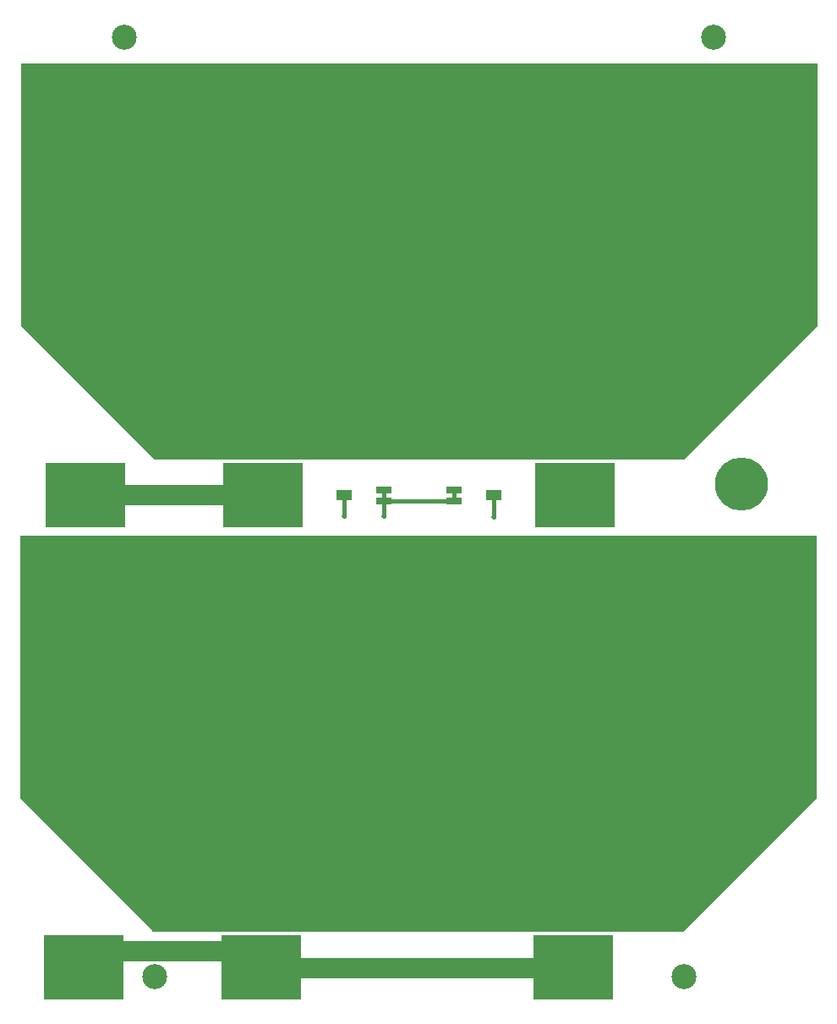
<source format=gtl>
G04 Layer_Physical_Order=1*
G04 Layer_Color=255*
%FSLAX25Y25*%
%MOIN*%
G70*
G01*
G75*
%ADD10R,0.06299X0.03937*%
%ADD11R,0.06299X0.03150*%
%ADD12R,0.31496X0.25590*%
%ADD13R,1.96850X0.19685*%
%ADD14R,1.96850X0.27559*%
%ADD15C,0.01000*%
%ADD16C,0.08000*%
%ADD17C,0.01500*%
%ADD18C,0.45000*%
%ADD19C,0.09842*%
%ADD20C,0.20866*%
%ADD21C,0.02000*%
G36*
X320000Y80000D02*
X267500Y27500D01*
X58500D01*
X6000Y80000D01*
Y183500D01*
X320000D01*
Y80000D01*
D02*
G37*
G36*
X320500Y266000D02*
X268000Y213500D01*
X59000D01*
X6500Y266000D01*
Y369500D01*
X320500D01*
Y266000D01*
D02*
G37*
D10*
X192724Y199350D02*
D03*
X133673D02*
D03*
D11*
X176976Y201516D02*
D03*
Y197185D02*
D03*
X149421D02*
D03*
Y201516D02*
D03*
D12*
X224008Y13551D02*
D03*
X101272D02*
D03*
X31095D02*
D03*
X31772Y199551D02*
D03*
X101949D02*
D03*
X224685D02*
D03*
D13*
X161990Y46582D02*
D03*
Y161382D02*
D03*
X162667Y347382D02*
D03*
Y232582D02*
D03*
D14*
X162092Y115882D02*
D03*
X162770Y301882D02*
D03*
D15*
X94687Y19935D02*
X101272Y13350D01*
X31095D02*
X37679Y19935D01*
D16*
X82724Y199350D02*
X101949D01*
X31772D02*
X50224D01*
X52724D01*
X55224D01*
X57724D01*
X60224D01*
X62724D01*
X72724D02*
X75224D01*
X77724D01*
X80224D01*
X82724D01*
X37679Y19935D02*
X50724D01*
X53224D01*
X55724D01*
X58224D01*
X60724D01*
X63224D01*
X94687D01*
X101272Y13350D02*
X101622Y13000D01*
X118500D01*
X121000D01*
X123500D01*
X126000D01*
X128500D01*
X131000D01*
X62724Y199350D02*
X70224D01*
X72724D01*
X223657Y13000D02*
X224008Y13350D01*
X206500Y13000D02*
X223657D01*
X204000D02*
X206500D01*
X201500D02*
X204000D01*
X199000D02*
X201500D01*
X196500D02*
X199000D01*
X131000D02*
X194000D01*
X196500D01*
D17*
X176976Y197185D02*
Y201516D01*
X149421Y197185D02*
Y201516D01*
Y197185D02*
X176976D01*
X133673Y190986D02*
Y199350D01*
X149421Y191132D02*
Y197185D01*
X192724Y190935D02*
Y199350D01*
D18*
X84112Y291463D02*
D03*
X163323D02*
D03*
X242533D02*
D03*
X84114Y105463D02*
D03*
X163323D02*
D03*
X242535D02*
D03*
D19*
X47244Y379921D02*
D03*
X279527D02*
D03*
X59055Y9843D02*
D03*
X267717Y9843D02*
D03*
D20*
X290354Y203661D02*
D03*
D21*
X50224Y199350D02*
D03*
X52724D02*
D03*
X55224D02*
D03*
X57724D02*
D03*
X60224D02*
D03*
X62724D02*
D03*
X72724D02*
D03*
X75224D02*
D03*
X77724D02*
D03*
X80224D02*
D03*
X82724D02*
D03*
X50724Y19935D02*
D03*
X53224D02*
D03*
X55724D02*
D03*
X58224D02*
D03*
X60724D02*
D03*
X63224D02*
D03*
X133673Y190986D02*
D03*
X149421Y191132D02*
D03*
X192724Y190935D02*
D03*
X212224Y206435D02*
D03*
X118500Y13000D02*
D03*
X121000D02*
D03*
X123500D02*
D03*
X126000D02*
D03*
X128500D02*
D03*
X131000D02*
D03*
X70224Y199350D02*
D03*
X206500Y13000D02*
D03*
X204000D02*
D03*
X201500D02*
D03*
X199000D02*
D03*
X196500D02*
D03*
X194000D02*
D03*
X212224Y203935D02*
D03*
Y208935D02*
D03*
X214724Y203935D02*
D03*
Y206435D02*
D03*
Y208935D02*
D03*
X217224Y203935D02*
D03*
Y206435D02*
D03*
Y208935D02*
D03*
M02*

</source>
